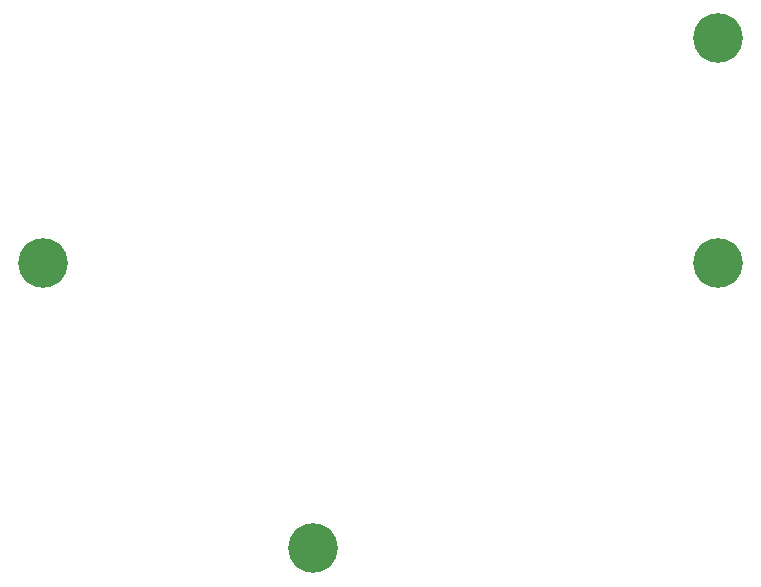
<source format=gbr>
%TF.GenerationSoftware,KiCad,Pcbnew,(6.0.10)*%
%TF.CreationDate,2023-03-05T22:19:41-08:00*%
%TF.ProjectId,tsbym-top_plate,74736279-6d2d-4746-9f70-5f706c617465,rev?*%
%TF.SameCoordinates,Original*%
%TF.FileFunction,Copper,L1,Top*%
%TF.FilePolarity,Positive*%
%FSLAX46Y46*%
G04 Gerber Fmt 4.6, Leading zero omitted, Abs format (unit mm)*
G04 Created by KiCad (PCBNEW (6.0.10)) date 2023-03-05 22:19:41*
%MOMM*%
%LPD*%
G01*
G04 APERTURE LIST*
%TA.AperFunction,ComponentPad*%
%ADD10C,4.200000*%
%TD*%
G04 APERTURE END LIST*
D10*
%TO.P,Ref\u002A\u002A,*%
%TO.N,*%
X189865000Y-79375000D03*
%TD*%
%TO.P,Ref\u002A\u002A,*%
%TO.N,*%
X155575000Y-122555000D03*
%TD*%
%TO.P,Ref\u002A\u002A,*%
%TO.N,*%
X132715000Y-98425000D03*
%TD*%
%TO.P,Ref\u002A\u002A,*%
%TO.N,*%
X189865000Y-98425000D03*
%TD*%
M02*

</source>
